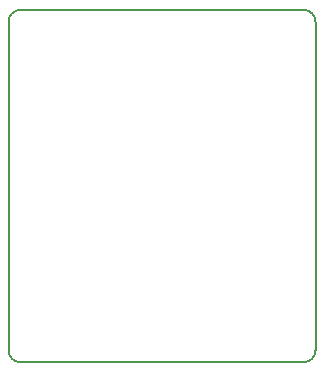
<source format=gbr>
G04 #@! TF.FileFunction,Profile,NP*
%FSLAX46Y46*%
G04 Gerber Fmt 4.6, Leading zero omitted, Abs format (unit mm)*
G04 Created by KiCad (PCBNEW 4.0.7) date 07/17/18 16:46:28*
%MOMM*%
%LPD*%
G01*
G04 APERTURE LIST*
%ADD10C,0.100000*%
%ADD11C,0.150000*%
G04 APERTURE END LIST*
D10*
D11*
X141884400Y-119053100D02*
G75*
G03X142884400Y-120053100I1000000J0D01*
G01*
X142884400Y-90220800D02*
G75*
G03X141884400Y-91220800I0J-1000000D01*
G01*
X166868600Y-120053100D02*
G75*
G03X167868600Y-119053100I0J1000000D01*
G01*
X167868600Y-91220800D02*
G75*
G03X166868600Y-90220800I-1000000J0D01*
G01*
X141884400Y-119053100D02*
X141884400Y-91220800D01*
X166868600Y-120053100D02*
X142884400Y-120053100D01*
X167868600Y-91220800D02*
X167868600Y-119053100D01*
X142884400Y-90220800D02*
X166868600Y-90220800D01*
M02*

</source>
